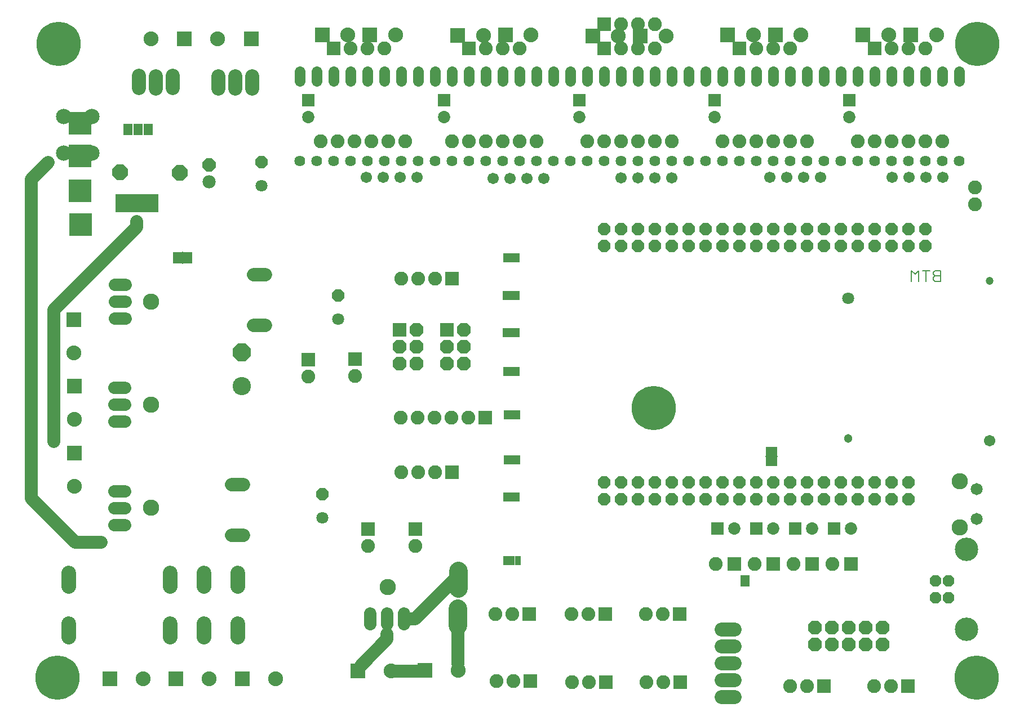
<source format=gbs>
G75*
%MOIN*%
%OFA0B0*%
%FSLAX24Y24*%
%IPPOS*%
%LPD*%
%AMOC8*
5,1,8,0,0,1.08239X$1,22.5*
%
%ADD10R,0.2580X0.1080*%
%ADD11R,0.1330X0.1370*%
%ADD12C,0.0060*%
%ADD13C,0.0760*%
%ADD14C,0.0640*%
%ADD15C,0.0640*%
%ADD16C,0.0730*%
%ADD17R,0.0730X0.0730*%
%ADD18R,0.0820X0.0820*%
%ADD19C,0.0820*%
%ADD20R,0.0880X0.0880*%
%ADD21C,0.0880*%
%ADD22C,0.0720*%
%ADD23OC8,0.0710*%
%ADD24C,0.0710*%
%ADD25C,0.1080*%
%ADD26OC8,0.1080*%
%ADD27C,0.0790*%
%ADD28C,0.0860*%
%ADD29OC8,0.0740*%
%ADD30R,0.0580X0.1080*%
%ADD31R,0.0540X0.0710*%
%ADD32OC8,0.0694*%
%ADD33C,0.1386*%
%ADD34R,0.0710X0.0540*%
%ADD35R,0.0720X0.0060*%
%ADD36R,0.0330X0.0580*%
%ADD37C,0.0671*%
%ADD38C,0.0474*%
%ADD39C,0.0513*%
%ADD40C,0.0710*%
%ADD41OC8,0.0820*%
%ADD42C,0.0966*%
%ADD43C,0.0714*%
%ADD44C,0.0820*%
%ADD45R,0.0580X0.0330*%
%ADD46OC8,0.0780*%
%ADD47C,0.0780*%
%ADD48C,0.0670*%
%ADD49C,0.0660*%
%ADD50R,0.0060X0.0720*%
%ADD51OC8,0.0930*%
%ADD52C,0.1085*%
%ADD53C,0.0907*%
%ADD54C,0.2620*%
D10*
X015871Y084594D03*
D11*
X012506Y085319D03*
X012496Y087379D03*
X012486Y089319D03*
X012526Y083329D03*
D12*
X061674Y080601D02*
X061674Y079960D01*
X062101Y079960D02*
X062101Y080601D01*
X061887Y080387D01*
X061674Y080601D01*
X062318Y080601D02*
X062745Y080601D01*
X062532Y080601D02*
X062532Y079960D01*
X062963Y080067D02*
X063070Y079960D01*
X063390Y079960D01*
X063390Y080601D01*
X063070Y080601D01*
X062963Y080494D01*
X062963Y080387D01*
X063070Y080280D01*
X063390Y080280D01*
X063070Y080280D02*
X062963Y080174D01*
X062963Y080067D01*
D13*
X034680Y062380D02*
X032280Y059980D01*
X031830Y059980D01*
X030630Y059080D02*
X030630Y058780D01*
X029080Y057230D01*
X031130Y056880D02*
X032630Y056880D01*
X034830Y057330D02*
X034830Y059280D01*
X013730Y064530D02*
X012180Y064530D01*
X009580Y067130D01*
X009580Y086030D01*
X010580Y087030D01*
X015830Y083530D02*
X015830Y083180D01*
X010930Y078280D01*
X010930Y070480D01*
D14*
X025480Y087091D03*
X026480Y087091D03*
X027480Y087091D03*
X028480Y087091D03*
X029480Y087091D03*
X030480Y087091D03*
X031480Y087091D03*
X032480Y087091D03*
X033480Y087091D03*
X034480Y087091D03*
X035480Y087091D03*
X036480Y087091D03*
X037480Y087091D03*
X038480Y087091D03*
X039480Y087091D03*
X040480Y087091D03*
X041480Y087091D03*
X042480Y087091D03*
X043480Y087091D03*
X044480Y087091D03*
X045480Y087091D03*
X046480Y087091D03*
X047480Y087091D03*
X048480Y087091D03*
X049480Y087091D03*
X050480Y087091D03*
X051480Y087091D03*
X052480Y087091D03*
X053480Y087091D03*
X054480Y087091D03*
X055480Y087091D03*
X056480Y087091D03*
X057480Y087091D03*
X058480Y087091D03*
X059480Y087091D03*
X060480Y087091D03*
X061480Y087091D03*
X062480Y087091D03*
X063480Y087091D03*
X064480Y087091D03*
D15*
X064480Y091811D02*
X064480Y092371D01*
X063480Y092371D02*
X063480Y091811D01*
X062480Y091811D02*
X062480Y092371D01*
X061480Y092371D02*
X061480Y091811D01*
X060480Y091811D02*
X060480Y092371D01*
X059480Y092371D02*
X059480Y091811D01*
X058480Y091811D02*
X058480Y092371D01*
X057480Y092371D02*
X057480Y091811D01*
X056480Y091811D02*
X056480Y092371D01*
X055480Y092371D02*
X055480Y091811D01*
X054480Y091811D02*
X054480Y092371D01*
X053480Y092371D02*
X053480Y091811D01*
X052480Y091811D02*
X052480Y092371D01*
X051480Y092371D02*
X051480Y091811D01*
X050480Y091811D02*
X050480Y092371D01*
X049480Y092371D02*
X049480Y091811D01*
X048480Y091811D02*
X048480Y092371D01*
X047480Y092371D02*
X047480Y091811D01*
X046480Y091811D02*
X046480Y092371D01*
X045480Y092371D02*
X045480Y091811D01*
X044480Y091811D02*
X044480Y092371D01*
X043480Y092371D02*
X043480Y091811D01*
X042480Y091811D02*
X042480Y092371D01*
X041480Y092371D02*
X041480Y091811D01*
X040480Y091811D02*
X040480Y092371D01*
X039480Y092371D02*
X039480Y091811D01*
X038480Y091811D02*
X038480Y092371D01*
X037480Y092371D02*
X037480Y091811D01*
X036480Y091811D02*
X036480Y092371D01*
X035480Y092371D02*
X035480Y091811D01*
X034480Y091811D02*
X034480Y092371D01*
X033480Y092371D02*
X033480Y091811D01*
X032480Y091811D02*
X032480Y092371D01*
X031480Y092371D02*
X031480Y091811D01*
X030480Y091811D02*
X030480Y092371D01*
X029480Y092371D02*
X029480Y091811D01*
X028480Y091811D02*
X028480Y092371D01*
X027480Y092371D02*
X027480Y091811D01*
X026480Y091811D02*
X026480Y092371D01*
X025480Y092371D02*
X025480Y091811D01*
D16*
X025980Y089691D03*
X034030Y089691D03*
X042030Y089691D03*
X050030Y089691D03*
X057980Y089691D03*
X058103Y065308D03*
X055803Y065308D03*
X053503Y065308D03*
X051203Y065308D03*
D17*
X050203Y065308D03*
X052503Y065308D03*
X054803Y065308D03*
X057103Y065308D03*
X057980Y090691D03*
X050030Y090691D03*
X042030Y090691D03*
X034030Y090691D03*
X025980Y090691D03*
D18*
X027480Y093741D03*
X035480Y093741D03*
X043480Y093741D03*
X043493Y095191D03*
X051480Y093741D03*
X059480Y093741D03*
X036459Y071902D03*
X034481Y068663D03*
X032331Y065287D03*
X029508Y065275D03*
X028763Y075337D03*
X025997Y075327D03*
X031381Y077102D03*
X034191Y077092D03*
X034493Y080115D03*
X039070Y060251D03*
X039130Y056281D03*
X043580Y056231D03*
X043570Y060251D03*
X047970Y060251D03*
X047980Y056231D03*
X051203Y063208D03*
X053503Y063208D03*
X055803Y063208D03*
X058103Y063208D03*
X056479Y055983D03*
X061469Y055973D03*
D19*
X060469Y055973D03*
X059469Y055973D03*
X055479Y055983D03*
X054479Y055983D03*
X054703Y063208D03*
X057003Y063208D03*
X052403Y063208D03*
X050103Y063208D03*
X046970Y060251D03*
X045970Y060251D03*
X042570Y060251D03*
X041570Y060251D03*
X038070Y060251D03*
X037070Y060251D03*
X037130Y056281D03*
X038130Y056281D03*
X041580Y056231D03*
X042580Y056231D03*
X045980Y056231D03*
X046980Y056231D03*
X033481Y068663D03*
X032481Y068663D03*
X031481Y068663D03*
X031459Y071902D03*
X032459Y071902D03*
X033459Y071902D03*
X034459Y071902D03*
X035459Y071902D03*
X028763Y074337D03*
X025997Y074327D03*
X031493Y080115D03*
X032493Y080115D03*
X033493Y080115D03*
X034480Y088241D03*
X035480Y088241D03*
X036480Y088241D03*
X037480Y088241D03*
X038480Y088241D03*
X039480Y088241D03*
X042480Y088241D03*
X043480Y088241D03*
X044480Y088241D03*
X045480Y088241D03*
X046480Y088241D03*
X047480Y088241D03*
X050480Y088241D03*
X051480Y088241D03*
X052480Y088241D03*
X053480Y088241D03*
X054480Y088241D03*
X055480Y088241D03*
X058480Y088241D03*
X059480Y088241D03*
X060480Y088241D03*
X061480Y088241D03*
X062480Y088241D03*
X063480Y088241D03*
X065415Y085518D03*
X065415Y084518D03*
X062480Y093741D03*
X061480Y093741D03*
X060480Y093741D03*
X054480Y093741D03*
X053480Y093741D03*
X052480Y093741D03*
X046480Y093741D03*
X045480Y093741D03*
X044480Y093741D03*
X044493Y095191D03*
X045493Y095191D03*
X046493Y095191D03*
X038480Y093741D03*
X037480Y093741D03*
X036480Y093741D03*
X031740Y088261D03*
X030740Y088261D03*
X029740Y088261D03*
X028740Y088261D03*
X027740Y088261D03*
X026740Y088261D03*
X028480Y093741D03*
X029480Y093741D03*
X030480Y093741D03*
X029508Y064275D03*
X032331Y064287D03*
D20*
X032898Y056909D03*
X028930Y056897D03*
X022100Y056426D03*
X018158Y056426D03*
X014242Y056426D03*
X012146Y069801D03*
X012146Y073753D03*
X012136Y077701D03*
X012479Y085359D03*
X012479Y089319D03*
X018654Y094330D03*
X022609Y094328D03*
X026810Y094561D03*
X029640Y094561D03*
X034830Y094531D03*
X037650Y094541D03*
X042810Y094491D03*
X045640Y094491D03*
X050790Y094541D03*
X053620Y094541D03*
X058800Y094541D03*
X061630Y094551D03*
D21*
X060318Y094541D03*
X063148Y094551D03*
X055138Y094541D03*
X052308Y094541D03*
X047158Y094491D03*
X044328Y094491D03*
X039168Y094541D03*
X036348Y094531D03*
X031158Y094561D03*
X028328Y094561D03*
X020641Y094328D03*
X016685Y094330D03*
X012479Y087350D03*
X012479Y083391D03*
X012136Y075733D03*
X012146Y071784D03*
X012146Y067833D03*
X016211Y056426D03*
X020127Y056426D03*
X024068Y056426D03*
X030899Y056897D03*
X034866Y056909D03*
D22*
X031672Y059638D02*
X031672Y060278D01*
X030672Y060278D02*
X030672Y059638D01*
X029672Y059638D02*
X029672Y060278D01*
X015174Y065530D02*
X014534Y065530D01*
X014534Y066530D02*
X015174Y066530D01*
X015174Y067530D02*
X014534Y067530D01*
X014523Y071646D02*
X015163Y071646D01*
X015163Y072646D02*
X014523Y072646D01*
X014523Y073646D02*
X015163Y073646D01*
X015192Y077763D02*
X014552Y077763D01*
X014552Y078763D02*
X015192Y078763D01*
X015192Y079763D02*
X014552Y079763D01*
D23*
X023211Y087014D03*
X027753Y079127D03*
X026809Y067343D03*
D24*
X026809Y065943D03*
X027753Y077727D03*
X023211Y085614D03*
D25*
X022051Y073744D03*
D26*
X022051Y075744D03*
D27*
X022742Y077346D02*
X023452Y077346D01*
X023452Y080346D02*
X022742Y080346D01*
X022154Y067908D02*
X021444Y067908D01*
X021444Y064908D02*
X022154Y064908D01*
D28*
X021837Y062681D02*
X021837Y061901D01*
X019837Y061901D02*
X019837Y062681D01*
X017837Y062681D02*
X017837Y061901D01*
X017837Y059681D02*
X017837Y058901D01*
X019837Y058901D02*
X019837Y059681D01*
X021837Y059681D02*
X021837Y058901D01*
X011837Y058901D02*
X011837Y059681D01*
X011837Y061901D02*
X011837Y062681D01*
D29*
X043484Y067043D03*
X043484Y068043D03*
X044484Y068043D03*
X045484Y068043D03*
X046484Y068043D03*
X047484Y068043D03*
X047484Y067043D03*
X046484Y067043D03*
X045484Y067043D03*
X044484Y067043D03*
X048484Y067043D03*
X048484Y068043D03*
X049484Y068043D03*
X050484Y068043D03*
X051484Y068043D03*
X052484Y068043D03*
X053484Y068043D03*
X053484Y067043D03*
X052484Y067043D03*
X051484Y067043D03*
X050484Y067043D03*
X049484Y067043D03*
X054484Y067043D03*
X054484Y068043D03*
X055484Y068043D03*
X056484Y068043D03*
X057484Y068043D03*
X058484Y068043D03*
X059484Y068043D03*
X059484Y067043D03*
X058484Y067043D03*
X057484Y067043D03*
X056484Y067043D03*
X055484Y067043D03*
X060484Y067043D03*
X060484Y068043D03*
X061484Y068043D03*
X061484Y067043D03*
X061484Y082043D03*
X061484Y083043D03*
X060484Y083043D03*
X060484Y082043D03*
X059484Y082043D03*
X059484Y083043D03*
X058484Y083043D03*
X057484Y083043D03*
X056484Y083043D03*
X055484Y083043D03*
X054484Y083043D03*
X054484Y082043D03*
X055484Y082043D03*
X056484Y082043D03*
X057484Y082043D03*
X058484Y082043D03*
X062484Y082043D03*
X062484Y083043D03*
X053484Y083043D03*
X052484Y083043D03*
X051484Y083043D03*
X050484Y083043D03*
X049484Y083043D03*
X048484Y083043D03*
X048484Y082043D03*
X049484Y082043D03*
X050484Y082043D03*
X051484Y082043D03*
X052484Y082043D03*
X053484Y082043D03*
X047484Y082043D03*
X047484Y083043D03*
X046484Y083043D03*
X045484Y083043D03*
X044484Y083043D03*
X043484Y083043D03*
X043484Y082043D03*
X044484Y082043D03*
X045484Y082043D03*
X046484Y082043D03*
D30*
X016873Y084594D03*
X015873Y084594D03*
X014873Y084594D03*
D31*
X015337Y088954D03*
X015937Y088954D03*
X016537Y088954D03*
X018261Y081344D03*
X018861Y081344D03*
D32*
X063083Y062207D03*
X063871Y062207D03*
X063871Y061223D03*
X063083Y061223D03*
D33*
X064938Y059345D03*
X064938Y064085D03*
D34*
X053396Y069286D03*
X053396Y069886D03*
D35*
X053396Y069586D03*
D36*
X038356Y069400D03*
X038036Y069400D03*
X037716Y069400D03*
X037701Y067198D03*
X038021Y067198D03*
X038341Y067198D03*
X038376Y063433D03*
X038026Y063433D03*
X037676Y063433D03*
X037715Y072050D03*
X038035Y072050D03*
X038355Y072050D03*
X038316Y074633D03*
X037996Y074633D03*
X037676Y074633D03*
X037674Y076911D03*
X037994Y076911D03*
X038314Y076911D03*
X038312Y079130D03*
X037992Y079130D03*
X037672Y079130D03*
X037687Y081365D03*
X038007Y081365D03*
X038327Y081365D03*
D37*
X066284Y070533D03*
D38*
X066284Y079981D03*
D39*
X057939Y070650D03*
D40*
X057939Y078957D03*
D41*
X057964Y059456D03*
X058964Y059456D03*
X059964Y059456D03*
X059964Y058456D03*
X058964Y058456D03*
X057964Y058456D03*
X056964Y058456D03*
X056964Y059456D03*
X055964Y059456D03*
X055964Y058456D03*
X035191Y075092D03*
X035191Y076092D03*
X035191Y077092D03*
X034191Y076092D03*
X034191Y075092D03*
X032381Y075102D03*
X032381Y076102D03*
X032381Y077102D03*
X031381Y076102D03*
X031381Y075102D03*
D42*
X030692Y061840D03*
X016705Y066548D03*
X016705Y072651D03*
X016705Y078753D03*
X064531Y068134D03*
X064531Y065379D03*
D43*
X065515Y065871D03*
X065515Y067642D03*
D44*
X051179Y059346D02*
X050439Y059346D01*
X050439Y058346D02*
X051179Y058346D01*
X051179Y057346D02*
X050439Y057346D01*
X050439Y056346D02*
X051179Y056346D01*
X051179Y055346D02*
X050439Y055346D01*
X022671Y091384D02*
X022671Y092124D01*
X021671Y092124D02*
X021671Y091384D01*
X020671Y091384D02*
X020671Y092124D01*
X017951Y092154D02*
X017951Y091414D01*
X016951Y091384D02*
X016951Y092124D01*
X015951Y092154D02*
X015951Y091414D01*
D45*
X051809Y062390D03*
X051809Y062036D03*
D46*
X020141Y086844D03*
D47*
X020141Y085844D03*
D48*
X029431Y086114D03*
X030431Y086114D03*
X031421Y086114D03*
X032421Y086114D03*
X036931Y086054D03*
X037931Y086054D03*
X038931Y086064D03*
X039931Y086064D03*
X044481Y086094D03*
X045481Y086094D03*
X046481Y086094D03*
X047481Y086094D03*
X053291Y086104D03*
X054291Y086104D03*
X055291Y086104D03*
X056291Y086104D03*
X060511Y086124D03*
X061511Y086124D03*
X062511Y086124D03*
X063511Y086124D03*
D49*
X063511Y086124D03*
X062511Y086124D03*
X061511Y086124D03*
X060511Y086124D03*
X056291Y086104D03*
X055291Y086104D03*
X054291Y086104D03*
X053291Y086104D03*
X047481Y086094D03*
X046481Y086094D03*
X045481Y086094D03*
X044481Y086094D03*
X039931Y086064D03*
X038931Y086064D03*
X037931Y086054D03*
X036931Y086054D03*
X032421Y086114D03*
X031421Y086114D03*
X030431Y086114D03*
X029431Y086114D03*
D50*
X018561Y081344D03*
D51*
X018391Y086384D03*
X014851Y086434D03*
D52*
X034861Y062807D02*
X034861Y061802D01*
X034821Y060577D02*
X034821Y059572D01*
D53*
X013181Y087564D03*
X011521Y087564D03*
X011531Y089724D03*
X013181Y089724D03*
D54*
X011154Y056470D03*
X011233Y094029D03*
X046434Y072440D03*
X065524Y056497D03*
X065564Y094029D03*
M02*

</source>
